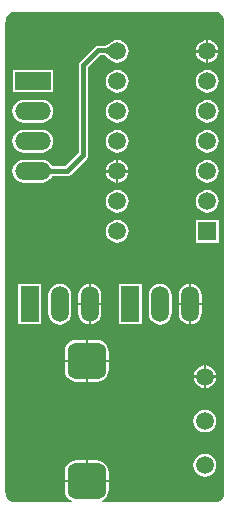
<source format=gbl>
G04*
G04 #@! TF.GenerationSoftware,Altium Limited,Altium Designer,21.6.4 (81)*
G04*
G04 Layer_Physical_Order=2*
G04 Layer_Color=16711680*
%FSLAX25Y25*%
%MOIN*%
G70*
G04*
G04 #@! TF.SameCoordinates,9C5CF058-6E8D-4512-A6E1-B80F84B0311E*
G04*
G04*
G04 #@! TF.FilePolarity,Positive*
G04*
G01*
G75*
%ADD23R,0.05900X0.05900*%
%ADD24C,0.05900*%
%ADD31C,0.01500*%
%ADD32R,0.05937X0.11874*%
%ADD33O,0.05937X0.11874*%
%ADD34O,0.11874X0.05937*%
%ADD35R,0.11874X0.05937*%
%ADD36C,0.05906*%
G04:AMPARAMS|DCode=37|XSize=129.92mil|YSize=122.05mil|CornerRadius=30.51mil|HoleSize=0mil|Usage=FLASHONLY|Rotation=180.000|XOffset=0mil|YOffset=0mil|HoleType=Round|Shape=RoundedRectangle|*
%AMROUNDEDRECTD37*
21,1,0.12992,0.06102,0,0,180.0*
21,1,0.06890,0.12205,0,0,180.0*
1,1,0.06102,-0.03445,0.03051*
1,1,0.06102,0.03445,0.03051*
1,1,0.06102,0.03445,-0.03051*
1,1,0.06102,-0.03445,-0.03051*
%
%ADD37ROUNDEDRECTD37*%
%ADD38C,0.02362*%
G36*
X70866Y164432D02*
X71646Y164329D01*
X72373Y164028D01*
X72998Y163549D01*
X73477Y162925D01*
X73778Y162197D01*
X73880Y161417D01*
X73886D01*
X73886Y3937D01*
X73880D01*
X73778Y3157D01*
X73477Y2430D01*
X72998Y1805D01*
X72373Y1326D01*
X71646Y1025D01*
X70866Y923D01*
Y916D01*
X33079Y916D01*
X32980Y1416D01*
X33387Y1585D01*
X34192Y2202D01*
X34809Y3007D01*
X35197Y3943D01*
X35329Y4949D01*
Y7600D01*
X28000D01*
X20671D01*
Y4949D01*
X20803Y3943D01*
X21191Y3007D01*
X21808Y2202D01*
X22613Y1585D01*
X23020Y1416D01*
X22921Y916D01*
X4437D01*
X3937Y923D01*
X3937Y923D01*
X3937Y923D01*
X3157Y1025D01*
X2430Y1326D01*
X1805Y1805D01*
X1326Y2430D01*
X1025Y3157D01*
X923Y3937D01*
X916D01*
X916Y160917D01*
X923Y161417D01*
X923Y161417D01*
X923Y161417D01*
X1025Y162197D01*
X1326Y162925D01*
X1805Y163549D01*
X2430Y164028D01*
X3157Y164329D01*
X3937Y164432D01*
Y164437D01*
X70866D01*
Y164432D01*
D02*
G37*
%LPC*%
G36*
X68589Y154990D02*
Y151660D01*
X71919D01*
X71842Y152239D01*
X71465Y153151D01*
X70863Y153934D01*
X70080Y154535D01*
X69168Y154913D01*
X68589Y154990D01*
D02*
G37*
G36*
X67789D02*
X67210Y154913D01*
X66298Y154535D01*
X65514Y153934D01*
X64913Y153151D01*
X64535Y152239D01*
X64459Y151660D01*
X67789D01*
Y154990D01*
D02*
G37*
G36*
X71919Y150860D02*
X68589D01*
Y147530D01*
X69168Y147606D01*
X70080Y147984D01*
X70863Y148585D01*
X71465Y149369D01*
X71842Y150281D01*
X71919Y150860D01*
D02*
G37*
G36*
X67789D02*
X64459D01*
X64535Y150281D01*
X64913Y149369D01*
X65514Y148585D01*
X66298Y147984D01*
X67210Y147606D01*
X67789Y147530D01*
Y150860D01*
D02*
G37*
G36*
X38189Y155042D02*
X37210Y154913D01*
X36298Y154535D01*
X35885Y154219D01*
X35823Y154189D01*
X35268Y153769D01*
X35031Y153615D01*
X34797Y153481D01*
X34576Y153370D01*
X34368Y153283D01*
X34173Y153219D01*
X33992Y153175D01*
X33862Y153155D01*
X31791D01*
X31187Y153035D01*
X30674Y152692D01*
X25753Y147771D01*
X25410Y147258D01*
X25290Y146653D01*
Y117288D01*
X20916Y112915D01*
X16913D01*
X16759Y112926D01*
X16544Y112955D01*
X16382Y112991D01*
X16358Y112999D01*
X16260Y113235D01*
X15656Y114022D01*
X14869Y114626D01*
X13952Y115006D01*
X12968Y115136D01*
X7032D01*
X6048Y115006D01*
X5131Y114626D01*
X4344Y114022D01*
X3740Y113235D01*
X3360Y112318D01*
X3230Y111335D01*
X3360Y110351D01*
X3740Y109434D01*
X4344Y108647D01*
X5131Y108043D01*
X6048Y107663D01*
X7032Y107534D01*
X12968D01*
X13952Y107663D01*
X14869Y108043D01*
X15656Y108647D01*
X16260Y109434D01*
X16358Y109670D01*
X16382Y109678D01*
X16531Y109711D01*
X16955Y109754D01*
X21571D01*
X22176Y109875D01*
X22688Y110217D01*
X27988Y115516D01*
X28330Y116029D01*
X28451Y116634D01*
Y145999D01*
X32446Y149994D01*
X33691D01*
X33824Y149972D01*
X33985Y149926D01*
X34149Y149861D01*
X34318Y149772D01*
X34492Y149659D01*
X34671Y149519D01*
X34855Y149350D01*
X35043Y149153D01*
X35249Y148908D01*
X35297Y148869D01*
X35514Y148585D01*
X36298Y147984D01*
X37210Y147606D01*
X38189Y147477D01*
X39168Y147606D01*
X40080Y147984D01*
X40863Y148585D01*
X41465Y149369D01*
X41842Y150281D01*
X41971Y151260D01*
X41842Y152239D01*
X41465Y153151D01*
X40863Y153934D01*
X40080Y154535D01*
X39168Y154913D01*
X38189Y155042D01*
D02*
G37*
G36*
X16737Y145103D02*
X3263D01*
Y137566D01*
X16737D01*
Y145103D01*
D02*
G37*
G36*
X68189Y145042D02*
X67210Y144913D01*
X66298Y144536D01*
X65514Y143934D01*
X64913Y143151D01*
X64535Y142239D01*
X64407Y141260D01*
X64535Y140281D01*
X64913Y139369D01*
X65514Y138585D01*
X66298Y137984D01*
X67210Y137606D01*
X68189Y137478D01*
X69168Y137606D01*
X70080Y137984D01*
X70863Y138585D01*
X71465Y139369D01*
X71842Y140281D01*
X71971Y141260D01*
X71842Y142239D01*
X71465Y143151D01*
X70863Y143934D01*
X70080Y144536D01*
X69168Y144913D01*
X68189Y145042D01*
D02*
G37*
G36*
X38189D02*
X37210Y144913D01*
X36298Y144536D01*
X35514Y143934D01*
X34913Y143151D01*
X34536Y142239D01*
X34407Y141260D01*
X34536Y140281D01*
X34913Y139369D01*
X35514Y138585D01*
X36298Y137984D01*
X37210Y137606D01*
X38189Y137478D01*
X39168Y137606D01*
X40080Y137984D01*
X40863Y138585D01*
X41465Y139369D01*
X41842Y140281D01*
X41971Y141260D01*
X41842Y142239D01*
X41465Y143151D01*
X40863Y143934D01*
X40080Y144536D01*
X39168Y144913D01*
X38189Y145042D01*
D02*
G37*
G36*
X12968Y135136D02*
X7032D01*
X6048Y135006D01*
X5131Y134626D01*
X4344Y134022D01*
X3740Y133235D01*
X3360Y132318D01*
X3230Y131335D01*
X3360Y130351D01*
X3740Y129434D01*
X4344Y128647D01*
X5131Y128043D01*
X6048Y127663D01*
X7032Y127534D01*
X12968D01*
X13952Y127663D01*
X14869Y128043D01*
X15656Y128647D01*
X16260Y129434D01*
X16640Y130351D01*
X16770Y131335D01*
X16640Y132318D01*
X16260Y133235D01*
X15656Y134022D01*
X14869Y134626D01*
X13952Y135006D01*
X12968Y135136D01*
D02*
G37*
G36*
X68189Y135042D02*
X67210Y134913D01*
X66298Y134536D01*
X65514Y133934D01*
X64913Y133151D01*
X64535Y132239D01*
X64407Y131260D01*
X64535Y130281D01*
X64913Y129369D01*
X65514Y128585D01*
X66298Y127984D01*
X67210Y127606D01*
X68189Y127478D01*
X69168Y127606D01*
X70080Y127984D01*
X70863Y128585D01*
X71465Y129369D01*
X71842Y130281D01*
X71971Y131260D01*
X71842Y132239D01*
X71465Y133151D01*
X70863Y133934D01*
X70080Y134536D01*
X69168Y134913D01*
X68189Y135042D01*
D02*
G37*
G36*
X38189D02*
X37210Y134913D01*
X36298Y134536D01*
X35514Y133934D01*
X34913Y133151D01*
X34536Y132239D01*
X34407Y131260D01*
X34536Y130281D01*
X34913Y129369D01*
X35514Y128585D01*
X36298Y127984D01*
X37210Y127606D01*
X38189Y127478D01*
X39168Y127606D01*
X40080Y127984D01*
X40863Y128585D01*
X41465Y129369D01*
X41842Y130281D01*
X41971Y131260D01*
X41842Y132239D01*
X41465Y133151D01*
X40863Y133934D01*
X40080Y134536D01*
X39168Y134913D01*
X38189Y135042D01*
D02*
G37*
G36*
X12968Y125136D02*
X7032D01*
X6048Y125006D01*
X5131Y124626D01*
X4344Y124022D01*
X3740Y123235D01*
X3360Y122318D01*
X3230Y121335D01*
X3360Y120351D01*
X3740Y119434D01*
X4344Y118647D01*
X5131Y118043D01*
X6048Y117663D01*
X7032Y117534D01*
X12968D01*
X13952Y117663D01*
X14869Y118043D01*
X15656Y118647D01*
X16260Y119434D01*
X16640Y120351D01*
X16770Y121335D01*
X16640Y122318D01*
X16260Y123235D01*
X15656Y124022D01*
X14869Y124626D01*
X13952Y125006D01*
X12968Y125136D01*
D02*
G37*
G36*
X68189Y125042D02*
X67210Y124913D01*
X66298Y124536D01*
X65514Y123934D01*
X64913Y123151D01*
X64535Y122239D01*
X64407Y121260D01*
X64535Y120281D01*
X64913Y119369D01*
X65514Y118585D01*
X66298Y117984D01*
X67210Y117606D01*
X68189Y117478D01*
X69168Y117606D01*
X70080Y117984D01*
X70863Y118585D01*
X71465Y119369D01*
X71842Y120281D01*
X71971Y121260D01*
X71842Y122239D01*
X71465Y123151D01*
X70863Y123934D01*
X70080Y124536D01*
X69168Y124913D01*
X68189Y125042D01*
D02*
G37*
G36*
X38189D02*
X37210Y124913D01*
X36298Y124536D01*
X35514Y123934D01*
X34913Y123151D01*
X34536Y122239D01*
X34407Y121260D01*
X34536Y120281D01*
X34913Y119369D01*
X35514Y118585D01*
X36298Y117984D01*
X37210Y117606D01*
X38189Y117478D01*
X39168Y117606D01*
X40080Y117984D01*
X40863Y118585D01*
X41465Y119369D01*
X41842Y120281D01*
X41971Y121260D01*
X41842Y122239D01*
X41465Y123151D01*
X40863Y123934D01*
X40080Y124536D01*
X39168Y124913D01*
X38189Y125042D01*
D02*
G37*
G36*
X38589Y114989D02*
Y111660D01*
X41919D01*
X41842Y112239D01*
X41465Y113151D01*
X40863Y113934D01*
X40080Y114535D01*
X39168Y114913D01*
X38589Y114989D01*
D02*
G37*
G36*
X37789D02*
X37210Y114913D01*
X36298Y114535D01*
X35514Y113934D01*
X34913Y113151D01*
X34536Y112239D01*
X34459Y111660D01*
X37789D01*
Y114989D01*
D02*
G37*
G36*
X41919Y110860D02*
X38589D01*
Y107530D01*
X39168Y107606D01*
X40080Y107984D01*
X40863Y108585D01*
X41465Y109369D01*
X41842Y110281D01*
X41919Y110860D01*
D02*
G37*
G36*
X37789D02*
X34459D01*
X34536Y110281D01*
X34913Y109369D01*
X35514Y108585D01*
X36298Y107984D01*
X37210Y107606D01*
X37789Y107530D01*
Y110860D01*
D02*
G37*
G36*
X68189Y115042D02*
X67210Y114913D01*
X66298Y114535D01*
X65514Y113934D01*
X64913Y113151D01*
X64535Y112239D01*
X64407Y111260D01*
X64535Y110281D01*
X64913Y109369D01*
X65514Y108585D01*
X66298Y107984D01*
X67210Y107606D01*
X68189Y107477D01*
X69168Y107606D01*
X70080Y107984D01*
X70863Y108585D01*
X71465Y109369D01*
X71842Y110281D01*
X71971Y111260D01*
X71842Y112239D01*
X71465Y113151D01*
X70863Y113934D01*
X70080Y114535D01*
X69168Y114913D01*
X68189Y115042D01*
D02*
G37*
G36*
Y105042D02*
X67210Y104913D01*
X66298Y104535D01*
X65514Y103934D01*
X64913Y103151D01*
X64535Y102239D01*
X64407Y101260D01*
X64535Y100281D01*
X64913Y99369D01*
X65514Y98585D01*
X66298Y97984D01*
X67210Y97606D01*
X68189Y97478D01*
X69168Y97606D01*
X70080Y97984D01*
X70863Y98585D01*
X71465Y99369D01*
X71842Y100281D01*
X71971Y101260D01*
X71842Y102239D01*
X71465Y103151D01*
X70863Y103934D01*
X70080Y104535D01*
X69168Y104913D01*
X68189Y105042D01*
D02*
G37*
G36*
X38189D02*
X37210Y104913D01*
X36298Y104535D01*
X35514Y103934D01*
X34913Y103151D01*
X34536Y102239D01*
X34407Y101260D01*
X34536Y100281D01*
X34913Y99369D01*
X35514Y98585D01*
X36298Y97984D01*
X37210Y97606D01*
X38189Y97478D01*
X39168Y97606D01*
X40080Y97984D01*
X40863Y98585D01*
X41465Y99369D01*
X41842Y100281D01*
X41971Y101260D01*
X41842Y102239D01*
X41465Y103151D01*
X40863Y103934D01*
X40080Y104535D01*
X39168Y104913D01*
X38189Y105042D01*
D02*
G37*
G36*
X71939Y95010D02*
X64439D01*
Y87510D01*
X71939D01*
Y95010D01*
D02*
G37*
G36*
X38189Y95042D02*
X37210Y94913D01*
X36298Y94535D01*
X35514Y93934D01*
X34913Y93151D01*
X34536Y92239D01*
X34407Y91260D01*
X34536Y90281D01*
X34913Y89369D01*
X35514Y88585D01*
X36298Y87984D01*
X37210Y87606D01*
X38189Y87477D01*
X39168Y87606D01*
X40080Y87984D01*
X40863Y88585D01*
X41465Y89369D01*
X41842Y90281D01*
X41971Y91260D01*
X41842Y92239D01*
X41465Y93151D01*
X40863Y93934D01*
X40080Y94535D01*
X39168Y94913D01*
X38189Y95042D01*
D02*
G37*
G36*
X62900Y73717D02*
Y67400D01*
X66301D01*
Y69968D01*
X66171Y70952D01*
X65792Y71869D01*
X65188Y72656D01*
X64401Y73260D01*
X63484Y73640D01*
X62900Y73717D01*
D02*
G37*
G36*
X29400D02*
Y67400D01*
X32801D01*
Y69968D01*
X32671Y70952D01*
X32292Y71869D01*
X31688Y72656D01*
X30900Y73260D01*
X29984Y73640D01*
X29400Y73717D01*
D02*
G37*
G36*
X62100D02*
X61516Y73640D01*
X60599Y73260D01*
X59812Y72656D01*
X59208Y71869D01*
X58829Y70952D01*
X58699Y69968D01*
Y67400D01*
X62100D01*
Y73717D01*
D02*
G37*
G36*
X28600D02*
X28016Y73640D01*
X27099Y73260D01*
X26312Y72656D01*
X25708Y71869D01*
X25328Y70952D01*
X25199Y69968D01*
Y67400D01*
X28600D01*
Y73717D01*
D02*
G37*
G36*
X66301Y66600D02*
X62900D01*
Y60283D01*
X63484Y60360D01*
X64401Y60740D01*
X65188Y61344D01*
X65792Y62131D01*
X66171Y63048D01*
X66301Y64031D01*
Y66600D01*
D02*
G37*
G36*
X32801D02*
X29400D01*
Y60283D01*
X29984Y60360D01*
X30900Y60740D01*
X31688Y61344D01*
X32292Y62131D01*
X32671Y63048D01*
X32801Y64031D01*
Y66600D01*
D02*
G37*
G36*
X62100D02*
X58699D01*
Y64031D01*
X58829Y63048D01*
X59208Y62131D01*
X59812Y61344D01*
X60599Y60740D01*
X61516Y60360D01*
X62100Y60283D01*
Y66600D01*
D02*
G37*
G36*
X28600D02*
X25199D01*
Y64031D01*
X25328Y63048D01*
X25708Y62131D01*
X26312Y61344D01*
X27099Y60740D01*
X28016Y60360D01*
X28600Y60283D01*
Y66600D01*
D02*
G37*
G36*
X46268Y73737D02*
X38732D01*
Y60263D01*
X46268D01*
Y73737D01*
D02*
G37*
G36*
X12768D02*
X5232D01*
Y60263D01*
X12768D01*
Y73737D01*
D02*
G37*
G36*
X52500Y73769D02*
X51516Y73640D01*
X50599Y73260D01*
X49812Y72656D01*
X49208Y71869D01*
X48829Y70952D01*
X48699Y69968D01*
Y64031D01*
X48829Y63048D01*
X49208Y62131D01*
X49812Y61344D01*
X50599Y60740D01*
X51516Y60360D01*
X52500Y60230D01*
X53484Y60360D01*
X54400Y60740D01*
X55188Y61344D01*
X55792Y62131D01*
X56172Y63048D01*
X56301Y64031D01*
Y69968D01*
X56172Y70952D01*
X55792Y71869D01*
X55188Y72656D01*
X54400Y73260D01*
X53484Y73640D01*
X52500Y73769D01*
D02*
G37*
G36*
X19000D02*
X18016Y73640D01*
X17099Y73260D01*
X16312Y72656D01*
X15708Y71869D01*
X15328Y70952D01*
X15199Y69968D01*
Y64031D01*
X15328Y63048D01*
X15708Y62131D01*
X16312Y61344D01*
X17099Y60740D01*
X18016Y60360D01*
X19000Y60230D01*
X19984Y60360D01*
X20900Y60740D01*
X21688Y61344D01*
X22292Y62131D01*
X22671Y63048D01*
X22801Y64031D01*
Y69968D01*
X22671Y70952D01*
X22292Y71869D01*
X21688Y72656D01*
X20900Y73260D01*
X19984Y73640D01*
X19000Y73769D01*
D02*
G37*
G36*
X31445Y55093D02*
X28400D01*
Y48557D01*
X35329D01*
Y51209D01*
X35197Y52214D01*
X34809Y53151D01*
X34192Y53955D01*
X33387Y54573D01*
X32450Y54961D01*
X31445Y55093D01*
D02*
G37*
G36*
X27600D02*
X24555D01*
X23550Y54961D01*
X22613Y54573D01*
X21808Y53955D01*
X21191Y53151D01*
X20803Y52214D01*
X20671Y51209D01*
Y48557D01*
X27600D01*
Y55093D01*
D02*
G37*
G36*
X67770Y46575D02*
Y43242D01*
X71102D01*
X71026Y43822D01*
X70648Y44735D01*
X70047Y45519D01*
X69263Y46121D01*
X68350Y46499D01*
X67770Y46575D01*
D02*
G37*
G36*
X66970D02*
X66390Y46499D01*
X65478Y46121D01*
X64694Y45519D01*
X64092Y44735D01*
X63714Y43822D01*
X63638Y43242D01*
X66970D01*
Y46575D01*
D02*
G37*
G36*
X35329Y47758D02*
X28400D01*
Y41222D01*
X31445D01*
X32450Y41354D01*
X33387Y41742D01*
X34192Y42360D01*
X34809Y43164D01*
X35197Y44101D01*
X35329Y45106D01*
Y47758D01*
D02*
G37*
G36*
X27600D02*
X20671D01*
Y45106D01*
X20803Y44101D01*
X21191Y43164D01*
X21808Y42360D01*
X22613Y41742D01*
X23550Y41354D01*
X24555Y41222D01*
X27600D01*
Y47758D01*
D02*
G37*
G36*
X71102Y42443D02*
X67770D01*
Y39110D01*
X68350Y39186D01*
X69263Y39564D01*
X70047Y40166D01*
X70648Y40950D01*
X71026Y41863D01*
X71102Y42443D01*
D02*
G37*
G36*
X66970D02*
X63638D01*
X63714Y41863D01*
X64092Y40950D01*
X64694Y40166D01*
X65478Y39564D01*
X66390Y39186D01*
X66970Y39110D01*
Y42443D01*
D02*
G37*
G36*
X67370Y31864D02*
X66390Y31735D01*
X65478Y31357D01*
X64694Y30755D01*
X64092Y29971D01*
X63714Y29058D01*
X63585Y28079D01*
X63714Y27099D01*
X64092Y26186D01*
X64694Y25402D01*
X65478Y24801D01*
X66390Y24423D01*
X67370Y24294D01*
X68350Y24423D01*
X69263Y24801D01*
X70047Y25402D01*
X70648Y26186D01*
X71026Y27099D01*
X71155Y28079D01*
X71026Y29058D01*
X70648Y29971D01*
X70047Y30755D01*
X69263Y31357D01*
X68350Y31735D01*
X67370Y31864D01*
D02*
G37*
G36*
Y17100D02*
X66390Y16971D01*
X65478Y16593D01*
X64694Y15992D01*
X64092Y15207D01*
X63714Y14295D01*
X63585Y13315D01*
X63714Y12335D01*
X64092Y11422D01*
X64694Y10639D01*
X65478Y10037D01*
X66390Y9659D01*
X67370Y9530D01*
X68350Y9659D01*
X69263Y10037D01*
X70047Y10639D01*
X70648Y11422D01*
X71026Y12335D01*
X71155Y13315D01*
X71026Y14295D01*
X70648Y15207D01*
X70047Y15992D01*
X69263Y16593D01*
X68350Y16971D01*
X67370Y17100D01*
D02*
G37*
G36*
X31445Y14936D02*
X28400D01*
Y8400D01*
X35329D01*
Y11051D01*
X35197Y12056D01*
X34809Y12993D01*
X34192Y13798D01*
X33387Y14415D01*
X32450Y14803D01*
X31445Y14936D01*
D02*
G37*
G36*
X27600D02*
X24555D01*
X23550Y14803D01*
X22613Y14415D01*
X21808Y13798D01*
X21191Y12993D01*
X20803Y12056D01*
X20671Y11051D01*
Y8400D01*
X27600D01*
Y14936D01*
D02*
G37*
%LPD*%
G36*
X35874Y149432D02*
X35652Y149696D01*
X35427Y149933D01*
X35198Y150142D01*
X34966Y150323D01*
X34731Y150477D01*
X34492Y150602D01*
X34249Y150699D01*
X34003Y150769D01*
X33754Y150811D01*
X33501Y150825D01*
X33668Y152325D01*
X33905Y152337D01*
X34149Y152373D01*
X34398Y152434D01*
X34654Y152519D01*
X34916Y152628D01*
X35184Y152761D01*
X35457Y152919D01*
X35737Y153101D01*
X36315Y153538D01*
X35874Y149432D01*
D02*
G37*
G36*
X15527Y112688D02*
X15581Y112561D01*
X15673Y112449D01*
X15800Y112353D01*
X15964Y112271D01*
X16164Y112204D01*
X16401Y112152D01*
X16675Y112114D01*
X16984Y112092D01*
X17331Y112085D01*
Y110585D01*
X16984Y110577D01*
X16401Y110518D01*
X16164Y110466D01*
X15964Y110399D01*
X15800Y110317D01*
X15673Y110220D01*
X15581Y110108D01*
X15527Y109982D01*
X15508Y109840D01*
Y112829D01*
X15527Y112688D01*
D02*
G37*
D23*
X68189Y91260D02*
D03*
D24*
Y101260D02*
D03*
Y111260D02*
D03*
Y121260D02*
D03*
Y131260D02*
D03*
Y141260D02*
D03*
Y151260D02*
D03*
X38189D02*
D03*
Y141260D02*
D03*
Y131260D02*
D03*
Y121260D02*
D03*
Y111260D02*
D03*
Y101260D02*
D03*
Y91260D02*
D03*
D31*
X37874Y151575D02*
X38189Y151260D01*
X31791Y151575D02*
X37874D01*
X26870Y146653D02*
X31791Y151575D01*
X26870Y116634D02*
Y146653D01*
X10000Y111335D02*
X21571D01*
X26870Y116634D01*
D32*
X42500Y67000D02*
D03*
X9000D02*
D03*
D33*
X52500D02*
D03*
X62500D02*
D03*
X29000D02*
D03*
X19000D02*
D03*
D34*
X10000Y121335D02*
D03*
Y111335D02*
D03*
Y131335D02*
D03*
D35*
Y141335D02*
D03*
D36*
X67370Y42843D02*
D03*
Y28079D02*
D03*
Y13315D02*
D03*
D37*
X28000Y48158D02*
D03*
Y8000D02*
D03*
D38*
X34744Y116043D02*
D03*
X43701Y111221D02*
D03*
X35433Y106496D02*
D03*
X29921Y112205D02*
D03*
X24508Y107776D02*
D03*
X35433Y84842D02*
D03*
X29921Y80413D02*
D03*
X24409Y84842D02*
D03*
X15453Y90748D02*
D03*
X19882Y85433D02*
D03*
X15453Y80020D02*
D03*
X12598Y162008D02*
D03*
X7776Y157087D02*
D03*
X68209Y156890D02*
D03*
X62500Y151279D02*
D03*
X34646Y65354D02*
D03*
Y68602D02*
D03*
X62500Y75590D02*
D03*
Y58366D02*
D03*
X67323Y48327D02*
D03*
X67421Y37205D02*
D03*
X27953Y16831D02*
D03*
X18799Y7972D02*
D03*
X37303D02*
D03*
X37205Y48228D02*
D03*
X18799D02*
D03*
X56693Y151638D02*
D03*
X63779Y137465D02*
D03*
X56693Y123291D02*
D03*
Y94945D02*
D03*
X63779Y80772D02*
D03*
Y24079D02*
D03*
X56693Y9905D02*
D03*
X42520Y94945D02*
D03*
X49606Y80772D02*
D03*
Y52425D02*
D03*
X42520Y38252D02*
D03*
X49606Y24079D02*
D03*
X42520Y9905D02*
D03*
X35433Y80772D02*
D03*
X28346Y38252D02*
D03*
X35433Y24079D02*
D03*
X14173Y151638D02*
D03*
X21260Y137465D02*
D03*
Y80772D02*
D03*
X14173Y38252D02*
D03*
X21260Y24079D02*
D03*
X14173Y9905D02*
D03*
M02*

</source>
